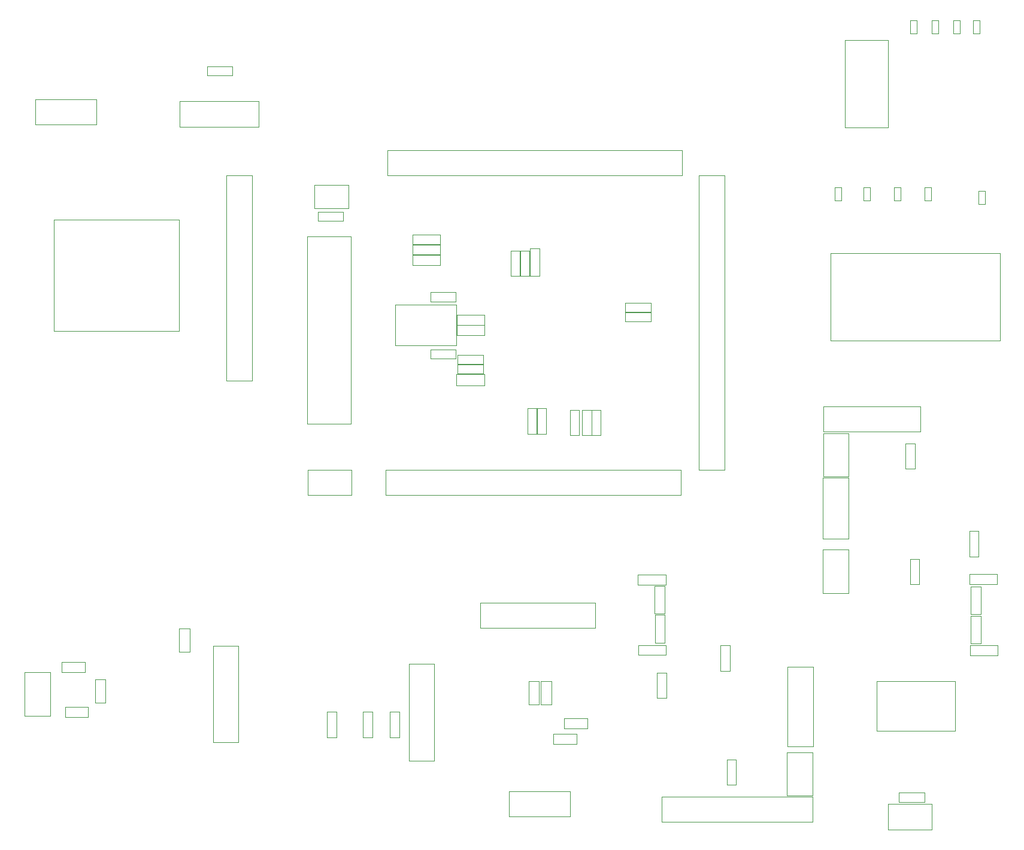
<source format=gbr>
G04 #@! TF.GenerationSoftware,KiCad,Pcbnew,5.0.1-33cea8e~68~ubuntu16.04.1*
G04 #@! TF.CreationDate,2018-10-29T02:49:31-07:00*
G04 #@! TF.ProjectId,integrated-board-design-2,696E74656772617465642D626F617264,rev?*
G04 #@! TF.SameCoordinates,Original*
G04 #@! TF.FileFunction,Other,User*
%FSLAX46Y46*%
G04 Gerber Fmt 4.6, Leading zero omitted, Abs format (unit mm)*
G04 Created by KiCad (PCBNEW 5.0.1-33cea8e~68~ubuntu16.04.1) date Mon 29 Oct 2018 02:49:31 AM PDT*
%MOMM*%
%LPD*%
G01*
G04 APERTURE LIST*
%ADD10C,0.050000*%
G04 APERTURE END LIST*
D10*
G04 #@! TO.C,C1*
X199500000Y-147010000D02*
X203100000Y-147010000D01*
X199500000Y-147010000D02*
X199500000Y-148310000D01*
X203100000Y-148310000D02*
X203100000Y-147010000D01*
X203100000Y-148310000D02*
X199500000Y-148310000D01*
G04 #@! TO.C,*
X207454203Y-131233068D02*
X207454203Y-138233068D01*
X207454203Y-131233068D02*
X196354203Y-131233068D01*
X196354203Y-138233068D02*
X207454203Y-138233068D01*
X196354203Y-138233068D02*
X196354203Y-131233068D01*
G04 #@! TO.C,J2*
X80005440Y-66001760D02*
X97705440Y-66001760D01*
X80005440Y-81701760D02*
X80005440Y-66001760D01*
X97705440Y-81701760D02*
X80005440Y-81701760D01*
X97705440Y-66001760D02*
X97705440Y-81701760D01*
G04 #@! TO.C,J9*
X104396480Y-59704400D02*
X104396480Y-88704400D01*
X104396480Y-88704400D02*
X107996480Y-88704400D01*
X107996480Y-88704400D02*
X107996480Y-59704400D01*
X107996480Y-59704400D02*
X104396480Y-59704400D01*
G04 #@! TO.C,*
X197944203Y-148633068D02*
X197944203Y-152233068D01*
X197944203Y-152233068D02*
X204094203Y-152233068D01*
X204094203Y-152233068D02*
X204094203Y-148633068D01*
X204094203Y-148633068D02*
X197944203Y-148633068D01*
G04 #@! TO.C,J2*
X191824160Y-40601700D02*
X191824160Y-52951700D01*
X197974160Y-40601700D02*
X191824160Y-40601700D01*
X197974160Y-52951700D02*
X197974160Y-40601700D01*
X191824160Y-52951700D02*
X197974160Y-52951700D01*
G04 #@! TO.C,C1*
X201968160Y-37775700D02*
X201968160Y-39635700D01*
X201028160Y-37775700D02*
X201968160Y-37775700D01*
X201028160Y-39635700D02*
X201028160Y-37775700D01*
X201968160Y-39635700D02*
X201028160Y-39635700D01*
G04 #@! TO.C,C2*
X205016160Y-39635700D02*
X204076160Y-39635700D01*
X204076160Y-39635700D02*
X204076160Y-37775700D01*
X204076160Y-37775700D02*
X205016160Y-37775700D01*
X205016160Y-37775700D02*
X205016160Y-39635700D01*
G04 #@! TO.C,C3*
X211620160Y-61905700D02*
X211620160Y-63765700D01*
X210680160Y-61905700D02*
X211620160Y-61905700D01*
X210680160Y-63765700D02*
X210680160Y-61905700D01*
X211620160Y-63765700D02*
X210680160Y-63765700D01*
G04 #@! TO.C,D1*
X199682160Y-61397700D02*
X199682160Y-63257700D01*
X198742160Y-61397700D02*
X199682160Y-61397700D01*
X198742160Y-63257700D02*
X198742160Y-61397700D01*
X199682160Y-63257700D02*
X198742160Y-63257700D01*
G04 #@! TO.C,D2*
X195364160Y-63257700D02*
X194424160Y-63257700D01*
X194424160Y-63257700D02*
X194424160Y-61397700D01*
X194424160Y-61397700D02*
X195364160Y-61397700D01*
X195364160Y-61397700D02*
X195364160Y-63257700D01*
G04 #@! TO.C,J1*
X213739161Y-70736699D02*
X189839161Y-70736699D01*
X213739161Y-83036699D02*
X213739161Y-70736699D01*
X189839161Y-83036699D02*
X213739161Y-83036699D01*
X189839161Y-70736699D02*
X189839161Y-83036699D01*
G04 #@! TO.C,R1*
X191300160Y-61397700D02*
X191300160Y-63257700D01*
X190360160Y-61397700D02*
X191300160Y-61397700D01*
X190360160Y-63257700D02*
X190360160Y-61397700D01*
X191300160Y-63257700D02*
X190360160Y-63257700D01*
G04 #@! TO.C,R2*
X210858160Y-37775700D02*
X210858160Y-39635700D01*
X209918160Y-37775700D02*
X210858160Y-37775700D01*
X209918160Y-39635700D02*
X209918160Y-37775700D01*
X210858160Y-39635700D02*
X209918160Y-39635700D01*
G04 #@! TO.C,R3*
X204000160Y-63257700D02*
X203060160Y-63257700D01*
X203060160Y-63257700D02*
X203060160Y-61397700D01*
X203060160Y-61397700D02*
X204000160Y-61397700D01*
X204000160Y-61397700D02*
X204000160Y-63257700D01*
G04 #@! TO.C,R4*
X208064160Y-39635700D02*
X207124160Y-39635700D01*
X207124160Y-39635700D02*
X207124160Y-37775700D01*
X207124160Y-37775700D02*
X208064160Y-37775700D01*
X208064160Y-37775700D02*
X208064160Y-39635700D01*
G04 #@! TO.C,C1*
X155450000Y-136480000D02*
X155450000Y-137940000D01*
X155450000Y-137940000D02*
X152150000Y-137940000D01*
X152150000Y-137940000D02*
X152150000Y-136480000D01*
X152150000Y-136480000D02*
X155450000Y-136480000D01*
G04 #@! TO.C,C2*
X153925000Y-140115000D02*
X150625000Y-140115000D01*
X153925000Y-138655000D02*
X153925000Y-140115000D01*
X150625000Y-138655000D02*
X153925000Y-138655000D01*
X150625000Y-140115000D02*
X150625000Y-138655000D01*
G04 #@! TO.C,C3*
X147145000Y-131235000D02*
X148605000Y-131235000D01*
X148605000Y-131235000D02*
X148605000Y-134535000D01*
X148605000Y-134535000D02*
X147145000Y-134535000D01*
X147145000Y-134535000D02*
X147145000Y-131235000D01*
G04 #@! TO.C,C4*
X148870000Y-134535000D02*
X148870000Y-131235000D01*
X150330000Y-134535000D02*
X148870000Y-134535000D01*
X150330000Y-131235000D02*
X150330000Y-134535000D01*
X148870000Y-131235000D02*
X150330000Y-131235000D01*
G04 #@! TO.C,J1*
X144318000Y-150419000D02*
X152968000Y-150419000D01*
X152968000Y-150419000D02*
X152968000Y-146819000D01*
X152968000Y-146819000D02*
X144318000Y-146819000D01*
X144318000Y-146819000D02*
X144318000Y-150419000D01*
G04 #@! TO.C,J2*
X140254000Y-123749000D02*
X156554000Y-123749000D01*
X156554000Y-123749000D02*
X156554000Y-120149000D01*
X156554000Y-120149000D02*
X140254000Y-120149000D01*
X140254000Y-120149000D02*
X140254000Y-123749000D01*
G04 #@! TO.C,REF\002A\002A*
X77375000Y-52510000D02*
X86025000Y-52510000D01*
X86025000Y-52510000D02*
X86025000Y-48910000D01*
X86025000Y-48910000D02*
X77375000Y-48910000D01*
X77375000Y-48910000D02*
X77375000Y-52510000D01*
X97750000Y-52810000D02*
X108950000Y-52810000D01*
X108950000Y-52810000D02*
X108950000Y-49210000D01*
X108950000Y-49210000D02*
X97750000Y-49210000D01*
X97750000Y-49210000D02*
X97750000Y-52810000D01*
G04 #@! TO.C,L1*
X81562500Y-134905000D02*
X84862500Y-134905000D01*
X81562500Y-136365000D02*
X81562500Y-134905000D01*
X84862500Y-136365000D02*
X81562500Y-136365000D01*
X84862500Y-134905000D02*
X84862500Y-136365000D01*
G04 #@! TO.C,L2*
X81080000Y-128555000D02*
X84380000Y-128555000D01*
X81080000Y-130015000D02*
X81080000Y-128555000D01*
X84380000Y-130015000D02*
X81080000Y-130015000D01*
X84380000Y-128555000D02*
X84380000Y-130015000D01*
G04 #@! TO.C,C1*
X87270000Y-130962500D02*
X87270000Y-134262500D01*
X85810000Y-130962500D02*
X87270000Y-130962500D01*
X85810000Y-134262500D02*
X85810000Y-130962500D01*
X87270000Y-134262500D02*
X85810000Y-134262500D01*
G04 #@! TO.C,C2*
X97722500Y-127125000D02*
X97722500Y-123825000D01*
X99182500Y-127125000D02*
X97722500Y-127125000D01*
X99182500Y-123825000D02*
X99182500Y-127125000D01*
X97722500Y-123825000D02*
X99182500Y-123825000D01*
G04 #@! TO.C,J1*
X79450000Y-136165000D02*
X79450000Y-130015000D01*
X79450000Y-130015000D02*
X75850000Y-130015000D01*
X75850000Y-130015000D02*
X75850000Y-136165000D01*
X75850000Y-136165000D02*
X79450000Y-136165000D01*
G04 #@! TO.C,J2*
X102520000Y-126215000D02*
X106070000Y-126215000D01*
X106070000Y-126215000D02*
X106070000Y-139915000D01*
X106070000Y-139915000D02*
X102520000Y-139915000D01*
X102520000Y-139915000D02*
X102520000Y-126215000D01*
G04 #@! TO.C,REF\002A\002A*
X101650000Y-44285000D02*
X105250000Y-44285000D01*
X101650000Y-44285000D02*
X101650000Y-45585000D01*
X105250000Y-45585000D02*
X105250000Y-44285000D01*
X105250000Y-45585000D02*
X101650000Y-45585000D01*
G04 #@! TO.C,C16*
X175560780Y-126199540D02*
X175560780Y-129799540D01*
X175560780Y-126199540D02*
X174260780Y-126199540D01*
X174260780Y-129799540D02*
X175560780Y-129799540D01*
X174260780Y-129799540D02*
X174260780Y-126199540D01*
G04 #@! TO.C,C17*
X165274260Y-133632400D02*
X165274260Y-130032400D01*
X165274260Y-133632400D02*
X166574260Y-133632400D01*
X166574260Y-130032400D02*
X165274260Y-130032400D01*
X166574260Y-130032400D02*
X166574260Y-133632400D01*
G04 #@! TO.C,C18*
X175124380Y-145931080D02*
X175124380Y-142331080D01*
X175124380Y-145931080D02*
X176424380Y-145931080D01*
X176424380Y-142331080D02*
X175124380Y-142331080D01*
X176424380Y-142331080D02*
X176424380Y-145931080D01*
G04 #@! TO.C,C19*
X201027300Y-117533880D02*
X201027300Y-113933880D01*
X201027300Y-117533880D02*
X202327300Y-117533880D01*
X202327300Y-113933880D02*
X201027300Y-113933880D01*
X202327300Y-113933880D02*
X202327300Y-117533880D01*
G04 #@! TO.C,C20*
X210760100Y-110027360D02*
X210760100Y-113627360D01*
X210760100Y-110027360D02*
X209460100Y-110027360D01*
X209460100Y-113627360D02*
X210760100Y-113627360D01*
X209460100Y-113627360D02*
X209460100Y-110027360D01*
G04 #@! TO.C,C21*
X201717700Y-97591480D02*
X201717700Y-101191480D01*
X201717700Y-97591480D02*
X200417700Y-97591480D01*
X200417700Y-101191480D02*
X201717700Y-101191480D01*
X200417700Y-101191480D02*
X200417700Y-97591480D01*
G04 #@! TO.C,J10*
X192367340Y-102314200D02*
X192367340Y-96164200D01*
X192367340Y-96164200D02*
X188767340Y-96164200D01*
X188767340Y-96164200D02*
X188767340Y-102314200D01*
X188767340Y-102314200D02*
X192367340Y-102314200D01*
G04 #@! TO.C,R5*
X162620420Y-126154000D02*
X166530420Y-126154000D01*
X162620420Y-126154000D02*
X162620420Y-127554000D01*
X166530420Y-127554000D02*
X166530420Y-126154000D01*
X166530420Y-127554000D02*
X162620420Y-127554000D01*
G04 #@! TO.C,R6*
X164960100Y-125794120D02*
X164960100Y-121884120D01*
X164960100Y-125794120D02*
X166360100Y-125794120D01*
X166360100Y-121884120D02*
X164960100Y-121884120D01*
X166360100Y-121884120D02*
X166360100Y-125794120D01*
G04 #@! TO.C,R7*
X213372940Y-117521000D02*
X209462940Y-117521000D01*
X213372940Y-117521000D02*
X213372940Y-116121000D01*
X209462940Y-116121000D02*
X209462940Y-117521000D01*
X209462940Y-116121000D02*
X213372940Y-116121000D01*
G04 #@! TO.C,R8*
X211043780Y-117888680D02*
X211043780Y-121798680D01*
X211043780Y-117888680D02*
X209643780Y-117888680D01*
X209643780Y-121798680D02*
X211043780Y-121798680D01*
X209643780Y-121798680D02*
X209643780Y-117888680D01*
G04 #@! TO.C,J7*
X192326700Y-118763240D02*
X192326700Y-112613240D01*
X192326700Y-112613240D02*
X188726700Y-112613240D01*
X188726700Y-112613240D02*
X188726700Y-118763240D01*
X188726700Y-118763240D02*
X192326700Y-118763240D01*
G04 #@! TO.C,J8*
X183641620Y-141304920D02*
X183641620Y-147454920D01*
X183641620Y-147454920D02*
X187241620Y-147454920D01*
X187241620Y-147454920D02*
X187241620Y-141304920D01*
X187241620Y-141304920D02*
X183641620Y-141304920D01*
G04 #@! TO.C,D4*
X209648860Y-125893000D02*
X209648860Y-121983000D01*
X209648860Y-125893000D02*
X211048860Y-125893000D01*
X211048860Y-121983000D02*
X209648860Y-121983000D01*
X211048860Y-121983000D02*
X211048860Y-125893000D01*
G04 #@! TO.C,D5*
X166347400Y-117761680D02*
X166347400Y-121671680D01*
X166347400Y-117761680D02*
X164947400Y-117761680D01*
X164947400Y-121671680D02*
X166347400Y-121671680D01*
X164947400Y-121671680D02*
X164947400Y-117761680D01*
G04 #@! TO.C,R9*
X213406140Y-127594640D02*
X209496140Y-127594640D01*
X213406140Y-127594640D02*
X213406140Y-126194640D01*
X209496140Y-126194640D02*
X209496140Y-127594640D01*
X209496140Y-126194640D02*
X213406140Y-126194640D01*
G04 #@! TO.C,R10*
X162584860Y-116197200D02*
X166494860Y-116197200D01*
X162584860Y-116197200D02*
X162584860Y-117597200D01*
X166494860Y-117597200D02*
X166494860Y-116197200D01*
X166494860Y-117597200D02*
X162584860Y-117597200D01*
G04 #@! TO.C,J13*
X183717820Y-129234840D02*
X183717820Y-140434840D01*
X183717820Y-140434840D02*
X187317820Y-140434840D01*
X187317820Y-140434840D02*
X187317820Y-129234840D01*
X187317820Y-129234840D02*
X183717820Y-129234840D01*
G04 #@! TO.C,J14*
X188782580Y-95976900D02*
X202532580Y-95976900D01*
X202532580Y-95976900D02*
X202532580Y-92376900D01*
X202532580Y-92376900D02*
X188782580Y-92376900D01*
X188782580Y-92376900D02*
X188782580Y-95976900D01*
G04 #@! TO.C,J12*
X188744480Y-102448000D02*
X188744480Y-111098000D01*
X188744480Y-111098000D02*
X192344480Y-111098000D01*
X192344480Y-111098000D02*
X192344480Y-102448000D01*
X192344480Y-102448000D02*
X188744480Y-102448000D01*
G04 #@! TO.C,J15*
X165922580Y-151145700D02*
X187272580Y-151145700D01*
X187272580Y-151145700D02*
X187272580Y-147545700D01*
X187272580Y-147545700D02*
X165922580Y-147545700D01*
X165922580Y-147545700D02*
X165922580Y-151145700D01*
G04 #@! TO.C,C1*
X118640080Y-139204560D02*
X118640080Y-135604560D01*
X118640080Y-139204560D02*
X119940080Y-139204560D01*
X119940080Y-135604560D02*
X118640080Y-135604560D01*
X119940080Y-135604560D02*
X119940080Y-139204560D01*
G04 #@! TO.C,C2*
X123720080Y-139204560D02*
X123720080Y-135604560D01*
X123720080Y-139204560D02*
X125020080Y-139204560D01*
X125020080Y-135604560D02*
X123720080Y-135604560D01*
X125020080Y-135604560D02*
X125020080Y-139204560D01*
G04 #@! TO.C,R3*
X127530080Y-139204560D02*
X127530080Y-135604560D01*
X127530080Y-139204560D02*
X128830080Y-139204560D01*
X128830080Y-135604560D02*
X127530080Y-135604560D01*
X128830080Y-135604560D02*
X128830080Y-139204560D01*
G04 #@! TO.C,JP2*
X133790080Y-128769560D02*
X130190080Y-128769560D01*
X133790080Y-142519560D02*
X133790080Y-128769560D01*
X130190080Y-142519560D02*
X133790080Y-142519560D01*
X130190080Y-128769560D02*
X130190080Y-142519560D01*
G04 #@! TO.C,0k1*
X140852920Y-80871360D02*
X136942920Y-80871360D01*
X140852920Y-80871360D02*
X140852920Y-79471360D01*
X136942920Y-79471360D02*
X136942920Y-80871360D01*
X136942920Y-79471360D02*
X140852920Y-79471360D01*
G04 #@! TO.C,0k2*
X140863080Y-82298840D02*
X136953080Y-82298840D01*
X140863080Y-82298840D02*
X140863080Y-80898840D01*
X136953080Y-80898840D02*
X136953080Y-82298840D01*
X136953080Y-80898840D02*
X140863080Y-80898840D01*
G04 #@! TO.C,1uF1*
X137067520Y-86455560D02*
X140667520Y-86455560D01*
X137067520Y-86455560D02*
X137067520Y-87755560D01*
X140667520Y-87755560D02*
X140667520Y-86455560D01*
X140667520Y-87755560D02*
X137067520Y-87755560D01*
G04 #@! TO.C,1uF2*
X147223880Y-70344960D02*
X147223880Y-73944960D01*
X147223880Y-70344960D02*
X145923880Y-70344960D01*
X145923880Y-73944960D02*
X147223880Y-73944960D01*
X145923880Y-73944960D02*
X145923880Y-70344960D01*
G04 #@! TO.C,1uF3*
X146955120Y-96266520D02*
X146955120Y-92666520D01*
X146955120Y-96266520D02*
X148255120Y-96266520D01*
X148255120Y-92666520D02*
X146955120Y-92666520D01*
X148255120Y-92666520D02*
X148255120Y-96266520D01*
G04 #@! TO.C,1uF4*
X154697040Y-96449360D02*
X154697040Y-92849360D01*
X154697040Y-96449360D02*
X155997040Y-96449360D01*
X155997040Y-92849360D02*
X154697040Y-92849360D01*
X155997040Y-92849360D02*
X155997040Y-96449360D01*
G04 #@! TO.C,1uF5*
X164375880Y-79012880D02*
X160775880Y-79012880D01*
X164375880Y-79012880D02*
X164375880Y-77712880D01*
X160775880Y-77712880D02*
X160775880Y-79012880D01*
X160775880Y-77712880D02*
X164375880Y-77712880D01*
G04 #@! TO.C,4.7uF1*
X152959680Y-96454480D02*
X152959680Y-92854480D01*
X152959680Y-96454480D02*
X154259680Y-96454480D01*
X154259680Y-92854480D02*
X152959680Y-92854480D01*
X154259680Y-92854480D02*
X154259680Y-96454480D01*
G04 #@! TO.C,10k1*
X134614680Y-72362360D02*
X130704680Y-72362360D01*
X134614680Y-72362360D02*
X134614680Y-70962360D01*
X130704680Y-70962360D02*
X130704680Y-72362360D01*
X130704680Y-70962360D02*
X134614680Y-70962360D01*
G04 #@! TO.C,10k2*
X134614680Y-69461680D02*
X130704680Y-69461680D01*
X134614680Y-69461680D02*
X134614680Y-68061680D01*
X130704680Y-68061680D02*
X130704680Y-69461680D01*
X130704680Y-68061680D02*
X134614680Y-68061680D01*
G04 #@! TO.C,10k3*
X134614680Y-70904400D02*
X130704680Y-70904400D01*
X134614680Y-70904400D02*
X134614680Y-69504400D01*
X130704680Y-69504400D02*
X130704680Y-70904400D01*
X130704680Y-69504400D02*
X134614680Y-69504400D01*
G04 #@! TO.C,10k4*
X147291200Y-73954920D02*
X147291200Y-70044920D01*
X147291200Y-73954920D02*
X148691200Y-73954920D01*
X148691200Y-70044920D02*
X147291200Y-70044920D01*
X148691200Y-70044920D02*
X148691200Y-73954920D01*
G04 #@! TO.C,10nF1*
X137070060Y-85111900D02*
X140670060Y-85111900D01*
X137070060Y-85111900D02*
X137070060Y-86411900D01*
X140670060Y-86411900D02*
X140670060Y-85111900D01*
X140670060Y-86411900D02*
X137070060Y-86411900D01*
G04 #@! TO.C,22uH1*
X140887840Y-89404160D02*
X136887840Y-89404160D01*
X140887840Y-87804160D02*
X136887840Y-87804160D01*
X140887840Y-89404160D02*
X140887840Y-87804160D01*
X136887840Y-89404160D02*
X136887840Y-87804160D01*
G04 #@! TO.C,100nF1*
X120896120Y-66160480D02*
X117296120Y-66160480D01*
X120896120Y-66160480D02*
X120896120Y-64860480D01*
X117296120Y-64860480D02*
X117296120Y-66160480D01*
X117296120Y-64860480D02*
X120896120Y-64860480D01*
G04 #@! TO.C,100nF2*
X145867520Y-70344960D02*
X145867520Y-73944960D01*
X145867520Y-70344960D02*
X144567520Y-70344960D01*
X144567520Y-73944960D02*
X145867520Y-73944960D01*
X144567520Y-73944960D02*
X144567520Y-70344960D01*
G04 #@! TO.C,100nF3*
X148306400Y-96266520D02*
X148306400Y-92666520D01*
X148306400Y-96266520D02*
X149606400Y-96266520D01*
X149606400Y-92666520D02*
X148306400Y-92666520D01*
X149606400Y-92666520D02*
X149606400Y-96266520D01*
G04 #@! TO.C,100nF4*
X156022920Y-96449320D02*
X156022920Y-92849320D01*
X156022920Y-96449320D02*
X157322920Y-96449320D01*
X157322920Y-92849320D02*
X156022920Y-92849320D01*
X157322920Y-92849320D02*
X157322920Y-96449320D01*
G04 #@! TO.C,100nF5*
X164370800Y-80374320D02*
X160770800Y-80374320D01*
X164370800Y-80374320D02*
X164370800Y-79074320D01*
X160770800Y-79074320D02*
X160770800Y-80374320D01*
X160770800Y-79074320D02*
X164370800Y-79074320D01*
G04 #@! TO.C,C1*
X136832120Y-77534600D02*
X133232120Y-77534600D01*
X136832120Y-77534600D02*
X136832120Y-76234600D01*
X133232120Y-76234600D02*
X133232120Y-77534600D01*
X133232120Y-76234600D02*
X136832120Y-76234600D01*
G04 #@! TO.C,C2*
X136827040Y-85606720D02*
X133227040Y-85606720D01*
X136827040Y-85606720D02*
X136827040Y-84306720D01*
X133227040Y-84306720D02*
X133227040Y-85606720D01*
X133227040Y-84306720D02*
X136827040Y-84306720D01*
G04 #@! TO.C,J1*
X121973120Y-94808520D02*
X121973120Y-68358520D01*
X121973120Y-68358520D02*
X115823120Y-68358520D01*
X115823120Y-68358520D02*
X115823120Y-94808520D01*
X115823120Y-94808520D02*
X121973120Y-94808520D01*
G04 #@! TO.C,J3*
X174800040Y-101397280D02*
X174800040Y-59697280D01*
X174800040Y-59697280D02*
X171200040Y-59697280D01*
X171200040Y-59697280D02*
X171200040Y-101397280D01*
X171200040Y-101397280D02*
X174800040Y-101397280D01*
G04 #@! TO.C,J4*
X168815800Y-56126040D02*
X127115800Y-56126040D01*
X127115800Y-56126040D02*
X127115800Y-59726040D01*
X127115800Y-59726040D02*
X168815800Y-59726040D01*
X168815800Y-59726040D02*
X168815800Y-56126040D01*
G04 #@! TO.C,J5*
X126922760Y-104948200D02*
X168622760Y-104948200D01*
X168622760Y-104948200D02*
X168622760Y-101348200D01*
X168622760Y-101348200D02*
X126922760Y-101348200D01*
X126922760Y-101348200D02*
X126922760Y-104948200D01*
G04 #@! TO.C,J6*
X115934720Y-104932960D02*
X122084720Y-104932960D01*
X122084720Y-104932960D02*
X122084720Y-101332960D01*
X122084720Y-101332960D02*
X115934720Y-101332960D01*
X115934720Y-101332960D02*
X115934720Y-104932960D01*
G04 #@! TO.C,SW1*
X116818080Y-64325840D02*
X121618080Y-64325840D01*
X121618080Y-64325840D02*
X121618080Y-61025840D01*
X121618080Y-61025840D02*
X116818080Y-61025840D01*
X116818080Y-61025840D02*
X116818080Y-64325840D01*
G04 #@! TO.C,Y1*
X136863240Y-83782560D02*
X136863240Y-77982560D01*
X136863240Y-77982560D02*
X128263240Y-77982560D01*
X128263240Y-77982560D02*
X128263240Y-83782560D01*
X128263240Y-83782560D02*
X136863240Y-83782560D01*
G04 #@! TD*
M02*

</source>
